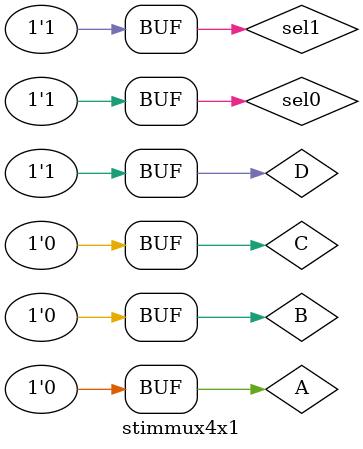
<source format=v>
module stimmux4x1();
reg A,B,C,D,sel0,sel1;
wire F;
mux4x1 td(A,B,C,D,sel0,sel1,F);
initial
begin
#20 A=1;B=0;C=0;D=0;sel1=0;sel0=0;
#20 A=0;B=1;C=0;D=0;sel1=0;sel0=1;
#20 A=0;B=0;C=1;D=0;sel1=1;sel0=0;
#20 A=0;B=0;C=0;D=1;sel1=1;sel0=1;
end
initial
begin
$monitor("A=%b,B=%b,C=%b,D=%b,F=%b,sel1=%b,sel0=%b",A,B,C,D,sel0,sel1,F);
end
endmodule
</source>
